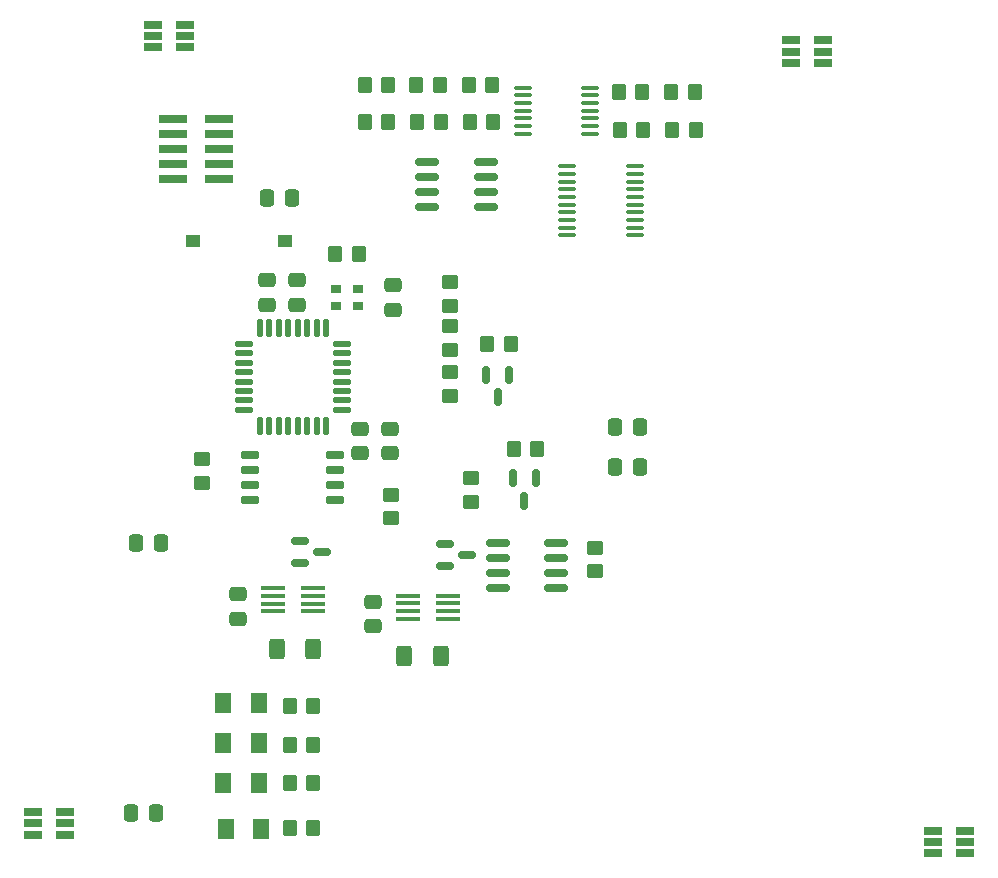
<source format=gtp>
G04 #@! TF.GenerationSoftware,KiCad,Pcbnew,7.0.2*
G04 #@! TF.CreationDate,2023-04-28T23:15:08-06:00*
G04 #@! TF.ProjectId,BIRDS-X-PCB,42495244-532d-4582-9d50-43422e6b6963,rev?*
G04 #@! TF.SameCoordinates,Original*
G04 #@! TF.FileFunction,Paste,Top*
G04 #@! TF.FilePolarity,Positive*
%FSLAX46Y46*%
G04 Gerber Fmt 4.6, Leading zero omitted, Abs format (unit mm)*
G04 Created by KiCad (PCBNEW 7.0.2) date 2023-04-28 23:15:08*
%MOMM*%
%LPD*%
G01*
G04 APERTURE LIST*
G04 Aperture macros list*
%AMRoundRect*
0 Rectangle with rounded corners*
0 $1 Rounding radius*
0 $2 $3 $4 $5 $6 $7 $8 $9 X,Y pos of 4 corners*
0 Add a 4 corners polygon primitive as box body*
4,1,4,$2,$3,$4,$5,$6,$7,$8,$9,$2,$3,0*
0 Add four circle primitives for the rounded corners*
1,1,$1+$1,$2,$3*
1,1,$1+$1,$4,$5*
1,1,$1+$1,$6,$7*
1,1,$1+$1,$8,$9*
0 Add four rect primitives between the rounded corners*
20,1,$1+$1,$2,$3,$4,$5,0*
20,1,$1+$1,$4,$5,$6,$7,0*
20,1,$1+$1,$6,$7,$8,$9,0*
20,1,$1+$1,$8,$9,$2,$3,0*%
G04 Aperture macros list end*
%ADD10RoundRect,0.250000X0.350000X0.450000X-0.350000X0.450000X-0.350000X-0.450000X0.350000X-0.450000X0*%
%ADD11RoundRect,0.250000X-0.450000X0.350000X-0.450000X-0.350000X0.450000X-0.350000X0.450000X0.350000X0*%
%ADD12RoundRect,0.150000X-0.587500X-0.150000X0.587500X-0.150000X0.587500X0.150000X-0.587500X0.150000X0*%
%ADD13RoundRect,0.250000X-0.475000X0.337500X-0.475000X-0.337500X0.475000X-0.337500X0.475000X0.337500X0*%
%ADD14RoundRect,0.150000X-0.650000X-0.150000X0.650000X-0.150000X0.650000X0.150000X-0.650000X0.150000X0*%
%ADD15R,1.250000X1.000000*%
%ADD16RoundRect,0.250000X-0.350000X-0.450000X0.350000X-0.450000X0.350000X0.450000X-0.350000X0.450000X0*%
%ADD17RoundRect,0.150000X-0.825000X-0.150000X0.825000X-0.150000X0.825000X0.150000X-0.825000X0.150000X0*%
%ADD18R,0.900000X0.800000*%
%ADD19RoundRect,0.250000X-0.400000X-0.625000X0.400000X-0.625000X0.400000X0.625000X-0.400000X0.625000X0*%
%ADD20RoundRect,0.250000X0.450000X-0.350000X0.450000X0.350000X-0.450000X0.350000X-0.450000X-0.350000X0*%
%ADD21R,2.000000X0.400000*%
%ADD22RoundRect,0.250001X-0.462499X-0.624999X0.462499X-0.624999X0.462499X0.624999X-0.462499X0.624999X0*%
%ADD23RoundRect,0.100000X-0.637500X-0.100000X0.637500X-0.100000X0.637500X0.100000X-0.637500X0.100000X0*%
%ADD24RoundRect,0.250000X0.475000X-0.337500X0.475000X0.337500X-0.475000X0.337500X-0.475000X-0.337500X0*%
%ADD25RoundRect,0.125000X-0.125000X0.625000X-0.125000X-0.625000X0.125000X-0.625000X0.125000X0.625000X0*%
%ADD26RoundRect,0.125000X-0.625000X0.125000X-0.625000X-0.125000X0.625000X-0.125000X0.625000X0.125000X0*%
%ADD27R,1.560000X0.650000*%
%ADD28RoundRect,0.250000X-0.337500X-0.475000X0.337500X-0.475000X0.337500X0.475000X-0.337500X0.475000X0*%
%ADD29RoundRect,0.150000X-0.150000X0.587500X-0.150000X-0.587500X0.150000X-0.587500X0.150000X0.587500X0*%
%ADD30R,2.400000X0.740000*%
G04 APERTURE END LIST*
D10*
X83500000Y-60000000D03*
X81500000Y-60000000D03*
D11*
X67750000Y-88500000D03*
X67750000Y-90500000D03*
D12*
X88325000Y-95650000D03*
X88325000Y-97550000D03*
X90200000Y-96600000D03*
D13*
X82260000Y-100560000D03*
X82260000Y-102635000D03*
D14*
X71794000Y-88138000D03*
X71794000Y-89408000D03*
X71794000Y-90678000D03*
X71794000Y-91948000D03*
X78994000Y-91948000D03*
X78994000Y-90678000D03*
X78994000Y-89408000D03*
X78994000Y-88138000D03*
D12*
X76000000Y-95400000D03*
X76000000Y-97300000D03*
X77875000Y-96350000D03*
D15*
X74750000Y-70000000D03*
X67000000Y-70000000D03*
D16*
X107565000Y-60625000D03*
X109565000Y-60625000D03*
X103025000Y-57450000D03*
X105025000Y-57450000D03*
X91871000Y-78712000D03*
X93871000Y-78712000D03*
D17*
X92775000Y-95595000D03*
X92775000Y-96865000D03*
X92775000Y-98135000D03*
X92775000Y-99405000D03*
X97725000Y-99405000D03*
X97725000Y-98135000D03*
X97725000Y-96865000D03*
X97725000Y-95595000D03*
D16*
X79026000Y-71120000D03*
X81026000Y-71120000D03*
D18*
X80971000Y-74115000D03*
X79121000Y-74115000D03*
X79121000Y-75565000D03*
X80971000Y-75565000D03*
D19*
X84875000Y-105175000D03*
X87975000Y-105175000D03*
D20*
X101000000Y-98000000D03*
X101000000Y-96000000D03*
D21*
X85190000Y-100065000D03*
X85190000Y-100705000D03*
X85190000Y-101365000D03*
X85190000Y-102005000D03*
X88610000Y-102005000D03*
X88610000Y-101365000D03*
X88610000Y-100705000D03*
X88610000Y-100065000D03*
D22*
X69555000Y-112555000D03*
X72530000Y-112555000D03*
X69747500Y-119805000D03*
X72722500Y-119805000D03*
D17*
X86806000Y-63373000D03*
X86806000Y-64643000D03*
X86806000Y-65913000D03*
X86806000Y-67183000D03*
X91756000Y-67183000D03*
X91756000Y-65913000D03*
X91756000Y-64643000D03*
X91756000Y-63373000D03*
D13*
X83947000Y-73765500D03*
X83947000Y-75840500D03*
D11*
X90532000Y-90126500D03*
X90532000Y-92126500D03*
D23*
X94887500Y-57050000D03*
X94887500Y-57700000D03*
X94887500Y-58350000D03*
X94887500Y-59000000D03*
X94887500Y-59650000D03*
X94887500Y-60300000D03*
X94887500Y-60950000D03*
X100612500Y-60950000D03*
X100612500Y-60300000D03*
X100612500Y-59650000D03*
X100612500Y-59000000D03*
X100612500Y-58350000D03*
X100612500Y-57700000D03*
X100612500Y-57050000D03*
D24*
X75819000Y-75438000D03*
X75819000Y-73363000D03*
X83693000Y-88011000D03*
X83693000Y-85936000D03*
D10*
X77180000Y-115955000D03*
X75180000Y-115955000D03*
X87975000Y-59990000D03*
X85975000Y-59990000D03*
D16*
X103120000Y-60625000D03*
X105120000Y-60625000D03*
D25*
X78238000Y-77359000D03*
X77438000Y-77359000D03*
X76638000Y-77359000D03*
X75838000Y-77359000D03*
X75038000Y-77359000D03*
X74238000Y-77359000D03*
X73438000Y-77359000D03*
X72638000Y-77359000D03*
D26*
X71263000Y-78734000D03*
X71263000Y-79534000D03*
X71263000Y-80334000D03*
X71263000Y-81134000D03*
X71263000Y-81934000D03*
X71263000Y-82734000D03*
X71263000Y-83534000D03*
X71263000Y-84334000D03*
D25*
X72638000Y-85709000D03*
X73438000Y-85709000D03*
X74238000Y-85709000D03*
X75038000Y-85709000D03*
X75838000Y-85709000D03*
X76638000Y-85709000D03*
X77438000Y-85709000D03*
X78238000Y-85709000D03*
D26*
X79613000Y-84334000D03*
X79613000Y-83534000D03*
X79613000Y-82734000D03*
X79613000Y-81934000D03*
X79613000Y-81134000D03*
X79613000Y-80334000D03*
X79613000Y-79534000D03*
X79613000Y-78734000D03*
D20*
X83750000Y-93500000D03*
X83750000Y-91500000D03*
D10*
X92325000Y-56815000D03*
X90325000Y-56815000D03*
D11*
X88750000Y-73500000D03*
X88750000Y-75500000D03*
D10*
X87880000Y-56815000D03*
X85880000Y-56815000D03*
D19*
X74080000Y-104540000D03*
X77180000Y-104540000D03*
D27*
X63590000Y-51705000D03*
X63590000Y-52655000D03*
X63590000Y-53605000D03*
X66290000Y-53605000D03*
X66290000Y-52655000D03*
X66290000Y-51705000D03*
D21*
X73760000Y-99455000D03*
X73760000Y-100095000D03*
X73760000Y-100755000D03*
X73760000Y-101395000D03*
X77180000Y-101395000D03*
X77180000Y-100755000D03*
X77180000Y-100095000D03*
X77180000Y-99455000D03*
D16*
X94141000Y-87602000D03*
X96141000Y-87602000D03*
D24*
X73279000Y-75438000D03*
X73279000Y-73363000D03*
D20*
X88750000Y-79250000D03*
X88750000Y-77250000D03*
D28*
X61770000Y-118495000D03*
X63845000Y-118495000D03*
D29*
X93726000Y-81407000D03*
X91826000Y-81407000D03*
X92776000Y-83282000D03*
D11*
X88696000Y-81157000D03*
X88696000Y-83157000D03*
D16*
X107470000Y-57450000D03*
X109470000Y-57450000D03*
D28*
X102717500Y-89170000D03*
X104792500Y-89170000D03*
D22*
X69555000Y-115945000D03*
X72530000Y-115945000D03*
D27*
X129630000Y-119970000D03*
X129630000Y-120920000D03*
X129630000Y-121870000D03*
X132330000Y-121870000D03*
X132330000Y-120920000D03*
X132330000Y-119970000D03*
D10*
X77180000Y-119755000D03*
X75180000Y-119755000D03*
D30*
X65300000Y-59710000D03*
X69200000Y-59710000D03*
X65300000Y-60980000D03*
X69200000Y-60980000D03*
X65300000Y-62250000D03*
X69200000Y-62250000D03*
X65300000Y-63520000D03*
X69200000Y-63520000D03*
X65300000Y-64790000D03*
X69200000Y-64790000D03*
D10*
X77180000Y-109375000D03*
X75180000Y-109375000D03*
D29*
X95977000Y-90139000D03*
X94077000Y-90139000D03*
X95027000Y-92014000D03*
D27*
X117650000Y-53050000D03*
X117650000Y-54000000D03*
X117650000Y-54950000D03*
X120350000Y-54950000D03*
X120350000Y-54000000D03*
X120350000Y-53050000D03*
D10*
X92420000Y-59990000D03*
X90420000Y-59990000D03*
D28*
X73257500Y-66421000D03*
X75332500Y-66421000D03*
X62172500Y-95635000D03*
X64247500Y-95635000D03*
D10*
X83500000Y-56820000D03*
X81500000Y-56820000D03*
D13*
X70830000Y-99925000D03*
X70830000Y-102000000D03*
D28*
X102717500Y-85820000D03*
X104792500Y-85820000D03*
D24*
X81153000Y-88011000D03*
X81153000Y-85936000D03*
D23*
X98665000Y-63710000D03*
X98665000Y-64360000D03*
X98665000Y-65010000D03*
X98665000Y-65660000D03*
X98665000Y-66310000D03*
X98665000Y-66960000D03*
X98665000Y-67610000D03*
X98665000Y-68260000D03*
X98665000Y-68910000D03*
X98665000Y-69560000D03*
X104390000Y-69560000D03*
X104390000Y-68910000D03*
X104390000Y-68260000D03*
X104390000Y-67610000D03*
X104390000Y-66960000D03*
X104390000Y-66310000D03*
X104390000Y-65660000D03*
X104390000Y-65010000D03*
X104390000Y-64360000D03*
X104390000Y-63710000D03*
D10*
X77180000Y-112665000D03*
X75180000Y-112665000D03*
D22*
X69555000Y-109165000D03*
X72530000Y-109165000D03*
D27*
X53430000Y-118385000D03*
X53430000Y-119335000D03*
X53430000Y-120285000D03*
X56130000Y-120285000D03*
X56130000Y-119335000D03*
X56130000Y-118385000D03*
M02*

</source>
